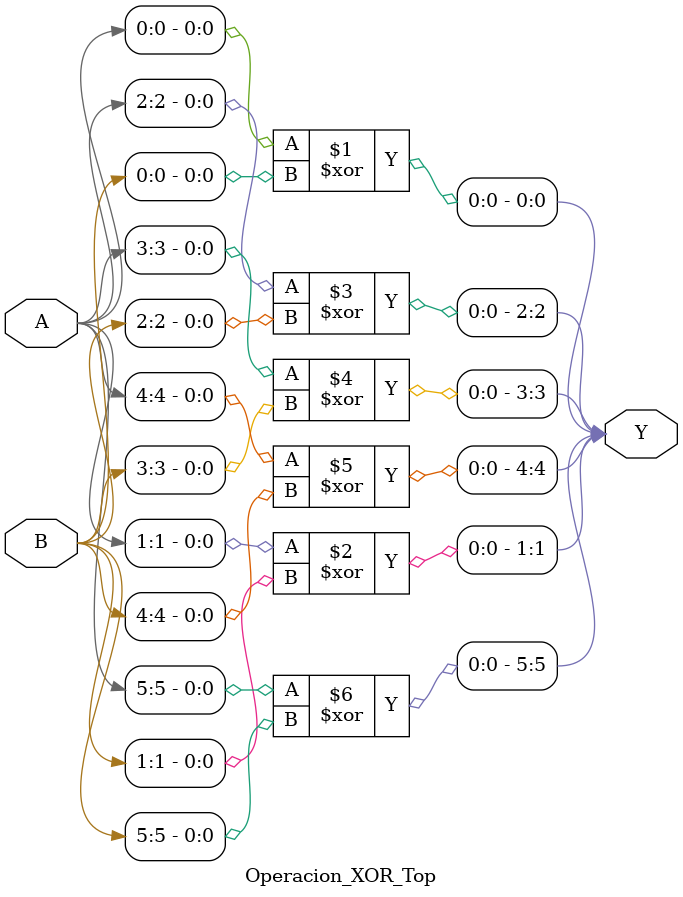
<source format=v>
`timescale 1ns / 1ps


module Operacion_XOR_Top(
    input [5:0] A,
    input [5:0] B,
    output [5:0] Y
);

    assign Y[0] = A[0] ^ B[0];
    assign Y[1] = A[1] ^ B[1];
    assign Y[2] = A[2] ^ B[2];
    assign Y[3] = A[3] ^ B[3];
    assign Y[4] = A[4] ^ B[4];
    assign Y[5] = A[5] ^ B[5];

endmodule

</source>
